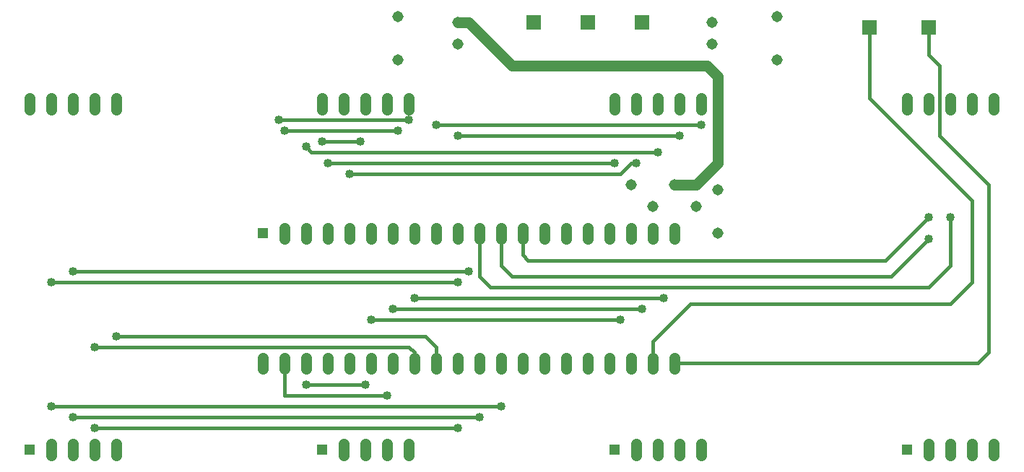
<source format=gtl>
G04 Output by ViewMate Deluxe V11.0.9  PentaLogix LLC*
G04 Sun Jun 14 09:16:29 2015*
%FSLAX33Y33*%
%MOMM*%
%IPPOS*%
%ADD10R,1.3081X1.3081*%
%ADD11C,1.3081*%
%ADD12C,1.3081*%
%ADD13R,1.8009X1.8009*%
%ADD14C,1.27*%
%ADD15C,0.4064*%
%ADD16C,1.016*%

%LPD*%
X0Y0D2*D11*G1X119423Y12974D2*X119423Y14282D1*X121963Y14282D2*X121963Y12974D1*X124503Y12974D2*X124503Y14282D1*X127043Y14282D2*X127043Y12974D1*X127043Y54844D2*X127043Y53536D1*X124503Y53536D2*X124503Y54844D1*X121963Y54844D2*X121963Y53536D1*X119423Y53536D2*X119423Y54844D1*X116883Y54844D2*X116883Y53536D1*X14013Y53536D2*X14013Y54844D1*X16553Y54844D2*X16553Y53536D1*X19093Y53536D2*X19093Y54844D1*X21633Y54844D2*X21633Y53536D1*X24173Y53536D2*X24173Y54844D1*X48303Y54844D2*X48303Y53536D1*X50843Y53536D2*X50843Y54844D1*X53383Y54844D2*X53383Y53536D1*X55923Y53536D2*X55923Y54844D1*X58463Y54844D2*X58463Y53536D1*X82593Y53536D2*X82593Y54844D1*X85133Y54844D2*X85133Y53536D1*X87673Y53536D2*X87673Y54844D1*X92753Y54844D2*X92753Y53536D1*X90213Y53536D2*X90213Y54844D1*X89578Y38336D2*X89578Y39642D1*X87038Y39642D2*X87038Y38336D1*X84498Y38336D2*X84498Y39642D1*X81958Y39642D2*X81958Y38336D1*X79418Y38336D2*X79418Y39642D1*X76878Y39642D2*X76878Y38336D1*X74338Y38336D2*X74338Y39642D1*X71798Y39642D2*X71798Y38336D1*X69258Y38336D2*X69258Y39642D1*X66718Y39642D2*X66718Y38336D1*X64178Y38336D2*X64178Y39642D1*X61638Y39642D2*X61638Y38336D1*X59098Y38336D2*X59098Y39642D1*X56558Y39642D2*X56558Y38336D1*X54018Y38336D2*X54018Y39642D1*X43858Y39642D2*X43858Y38336D1*X46398Y38336D2*X46398Y39642D1*X48938Y39642D2*X48938Y38336D1*X51478Y38336D2*X51478Y39642D1*X50843Y12974D2*X50843Y14282D1*X53383Y14282D2*X53383Y12974D1*X55923Y12974D2*X55923Y14282D1*X58463Y14282D2*X58463Y12974D1*X85133Y12974D2*X85133Y14282D1*X87673Y14282D2*X87673Y12974D1*X92753Y12974D2*X92753Y14282D1*X90213Y14282D2*X90213Y12974D1*X89578Y24402D2*X89578Y23096D1*X87038Y23096D2*X87038Y24402D1*X84498Y24402D2*X84498Y23096D1*X81958Y23096D2*X81958Y24402D1*X79418Y24402D2*X79418Y23096D1*X76878Y23096D2*X76878Y24402D1*X74338Y24402D2*X74338Y23096D1*X71798Y23096D2*X71798Y24402D1*X69258Y24402D2*X69258Y23096D1*X66718Y23096D2*X66718Y24402D1*X64178Y24402D2*X64178Y23096D1*X61638Y23096D2*X61638Y24402D1*X59098Y24402D2*X59098Y23096D1*X56558Y23096D2*X56558Y24402D1*X54018Y24402D2*X54018Y23096D1*X51478Y23096D2*X51478Y24402D1*X48938Y24402D2*X48938Y23096D1*X46398Y23096D2*X46398Y24402D1*X43858Y24402D2*X43858Y23096D1*X41318Y23096D2*X41318Y24402D1*X24173Y12974D2*X24173Y14282D1*X21633Y14282D2*X21633Y12974D1*X19093Y12974D2*X19093Y14282D1*X16553Y14282D2*X16553Y12974D1*D14*X64178Y63754D2*X65448Y63754D1*X70528Y58674*X93388Y58674*X94658Y57404*X89578Y44704D2*X92118Y44704D1*X94658Y47244*X94658Y57404*D15*X65448Y34544D2*X19093Y34544D1*X16553Y33274D2*X64178Y33274D1*X69258Y18669D2*X16553Y18669D1*X19093Y17399D2*X66718Y17399D1*X64178Y16129D2*X21633Y16129D1*X55923Y19939D2*X43858Y19939D1*X43858Y23749*X53383Y21209D2*X46398Y21209D1*X58463Y25654D2*X59098Y25019D1*X59098Y23749*X61638Y23749D2*X61638Y25654D1*X60368Y26924*X24173Y26924*X58463Y25654D2*X21633Y25654D1*X83228Y28829D2*X54018Y28829D1*X56558Y30099D2*X85768Y30099D1*X88308Y31369D2*X59098Y31369D1*X124503Y42799D2*X112438Y54864D1*X112438Y63119*X119423Y63119D2*X119423Y59944D1*X120693Y58674*X120693Y50419*X126408Y44704*X126408Y25019*X125138Y23749*X89578Y23749*X87038Y23749D2*X87038Y26289D1*X91483Y30734*X121963Y30734*X124503Y33274*X124503Y42799*X119423Y38354D2*X114978Y33909D1*X70528Y33909*X69258Y35179*X69258Y38989*X66718Y38989D2*X66718Y33909D1*X67988Y32639*X119423Y32639*X121963Y35179*X121963Y40894*X119423Y40894D2*X114343Y35814D1*X72433Y35814*X71798Y36449*X71798Y38989*X48938Y47244D2*X82593Y47244D1*X51478Y45974D2*X83228Y45974D1*X84498Y47244*X85133Y47244*X87673Y48514D2*X47033Y48514D1*X46398Y49149*X52748Y49784D2*X48303Y49784D1*X90213Y50419D2*X64178Y50419D1*X61638Y51689D2*X92753Y51689D1*X43858Y51054D2*X57193Y51054D1*X58463Y52324D2*X43223Y52324D1*D10*X41318Y38989D3*X116883Y13630D3*X82593Y13630D3*X48303Y13630D3*X14013Y13630D3*D12*X57193Y64389D3*X57193Y59309D3*X64178Y61214D3*X64178Y63754D3*X101643Y64389D3*X94023Y63754D3*X94023Y61214D3*X101643Y59309D3*X84498Y44704D3*X87038Y42164D3*X89578Y44704D3*X94658Y44069D3*X92118Y42164D3*X94658Y38989D3*D13*X119423Y63119D3*X112438Y63119D3*X85768Y63754D3*X79418Y63754D3*X73068Y63754D3*D16*X43223Y52324D3*X43858Y51054D3*X119423Y38354D3*X121963Y40894D3*X119423Y40894D3*X92753Y51689D3*X90213Y50419D3*X87673Y48514D3*X85133Y47244D3*X82593Y47244D3*X64178Y50419D3*X61638Y51689D3*X58463Y52324D3*X57193Y51054D3*X52748Y49784D3*X48303Y49784D3*X46398Y49149D3*X48938Y47244D3*X51478Y45974D3*X54018Y28829D3*X56558Y30099D3*X59098Y31369D3*X64178Y33274D3*X65448Y34544D3*X88308Y31369D3*X85768Y30099D3*X83228Y28829D3*X69258Y18669D3*X66718Y17399D3*X64178Y16129D3*X55923Y19939D3*X53383Y21209D3*X46398Y21209D3*X21633Y16129D3*X19093Y17399D3*X16553Y18669D3*X21633Y25654D3*X24173Y26924D3*X16553Y33274D3*X19093Y34544D3*X0Y0D2*M02*
</source>
